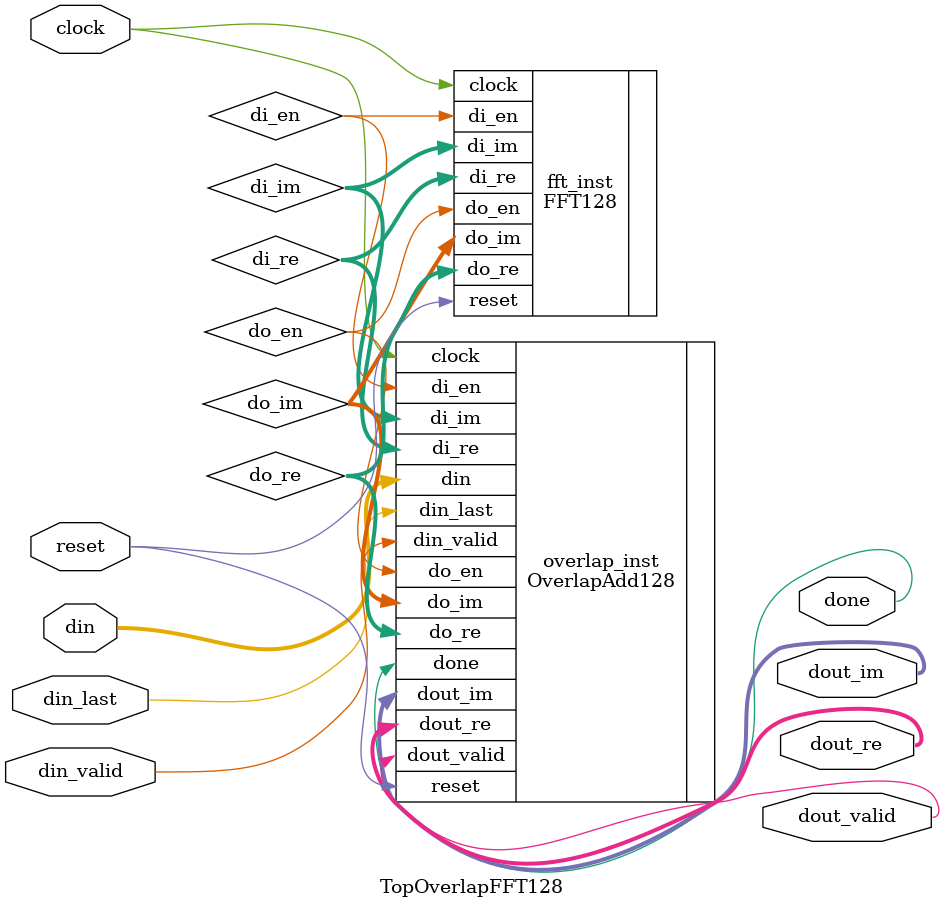
<source format=v>
module TopOverlapFFT128 (
    input wire clock,
    input wire reset,
    input wire [15:0] din,
    input wire din_valid,
    input wire din_last, // сигнал конца входного потока
    output wire [15:0] dout_re,
    output wire [15:0] dout_im,
    output wire dout_valid,
    output wire done
);

    wire di_en;
    wire [15:0] di_re;
    wire [15:0] di_im;
    wire do_en;
    wire [15:0] do_re;
    wire [15:0] do_im;

    FFT128 fft_inst (
        .clock(clock),
        .reset(reset),
        .di_en(di_en),
        .di_re(di_re),
        .di_im(di_im),
        .do_en(do_en),
        .do_re(do_re),
        .do_im(do_im)
    );

    OverlapAdd128 overlap_inst (
        .clock(clock),
        .reset(reset),
        .din(din),
        .din_valid(din_valid),
        .din_last(din_last),
        .di_en(di_en),
        .di_re(di_re),
        .di_im(di_im),
        .do_en(do_en),
        .do_re(do_re),
        .do_im(do_im),
        .dout_re(dout_re),
        .dout_im(dout_im),
        .dout_valid(dout_valid),
        .done(done)
    );
endmodule 
</source>
